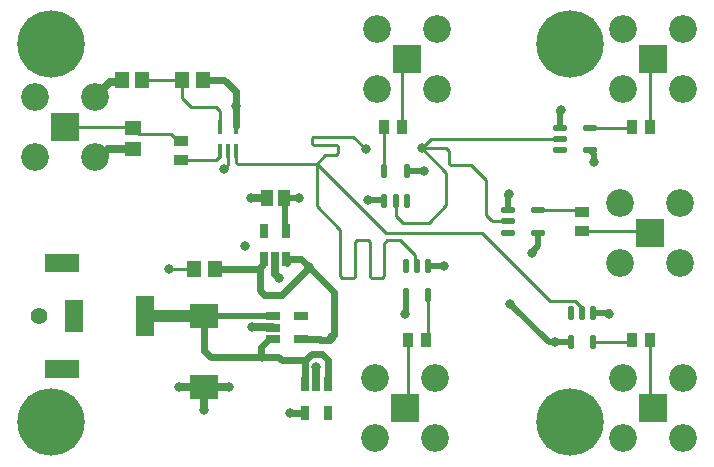
<source format=gbl>
G04*
G04 #@! TF.GenerationSoftware,Altium Limited,Altium Designer,24.1.2 (44)*
G04*
G04 Layer_Physical_Order=2*
G04 Layer_Color=16711680*
%FSLAX44Y44*%
%MOMM*%
G71*
G04*
G04 #@! TF.SameCoordinates,213EFF85-FE73-46F0-9486-E91859054EE2*
G04*
G04*
G04 #@! TF.FilePolarity,Positive*
G04*
G01*
G75*
%ADD12C,0.2540*%
%ADD16R,1.0546X1.3562*%
%ADD19R,2.3400X2.3400*%
%ADD20C,2.3400*%
%ADD21R,2.3400X2.3400*%
%ADD27C,0.5000*%
%ADD28C,0.6250*%
%ADD29C,0.6350*%
%ADD30C,5.7000*%
%ADD31R,3.0000X1.5000*%
%ADD32C,1.4000*%
%ADD33R,1.5000X3.5000*%
%ADD34R,1.5000X2.8000*%
%ADD35C,0.8000*%
G04:AMPARAMS|DCode=36|XSize=1.22mm|YSize=0.5mm|CornerRadius=0.0625mm|HoleSize=0mm|Usage=FLASHONLY|Rotation=90.000|XOffset=0mm|YOffset=0mm|HoleType=Round|Shape=RoundedRectangle|*
%AMROUNDEDRECTD36*
21,1,1.2200,0.3750,0,0,90.0*
21,1,1.0950,0.5000,0,0,90.0*
1,1,0.1250,0.1875,0.5475*
1,1,0.1250,0.1875,-0.5475*
1,1,0.1250,-0.1875,-0.5475*
1,1,0.1250,-0.1875,0.5475*
%
%ADD36ROUNDEDRECTD36*%
%ADD37R,0.7000X1.3000*%
G04:AMPARAMS|DCode=38|XSize=1.22mm|YSize=0.5mm|CornerRadius=0.0625mm|HoleSize=0mm|Usage=FLASHONLY|Rotation=0.000|XOffset=0mm|YOffset=0mm|HoleType=Round|Shape=RoundedRectangle|*
%AMROUNDEDRECTD38*
21,1,1.2200,0.3750,0,0,0.0*
21,1,1.0950,0.5000,0,0,0.0*
1,1,0.1250,0.5475,-0.1875*
1,1,0.1250,-0.5475,-0.1875*
1,1,0.1250,-0.5475,0.1875*
1,1,0.1250,0.5475,0.1875*
%
%ADD38ROUNDEDRECTD38*%
%ADD39R,0.3500X1.1500*%
%ADD40R,0.9061X1.3098*%
%ADD41R,1.4500X1.1500*%
%ADD42R,1.3098X0.9061*%
%ADD43R,2.3300X1.9900*%
%ADD44R,1.3000X0.7000*%
%ADD45R,1.1500X1.4500*%
%ADD46C,1.0000*%
D12*
X301488Y152000D02*
X310512D01*
X312000Y153488D01*
Y181000D01*
X300000Y153488D02*
Y182512D01*
Y153488D02*
X301488Y152000D01*
X275000Y153488D02*
Y193000D01*
X286512Y152000D02*
X288000Y153488D01*
X276488Y152000D02*
X286512D01*
X288000Y153488D02*
Y182512D01*
X275000Y153488D02*
X276488Y152000D01*
X315000Y184000D02*
X326000D01*
X312000Y181000D02*
X315000Y184000D01*
X289488D02*
X298512D01*
X300000Y182512D01*
X288000D02*
X289488Y184000D01*
X344000Y262000D02*
X365000Y241000D01*
Y213488D02*
Y241000D01*
X350512Y199000D02*
X365000Y213488D01*
X252488Y265000D02*
X271512D01*
X328000Y199000D02*
X350512D01*
X271512Y265000D02*
X273000Y263512D01*
X251000Y270308D02*
X252488Y271796D01*
X187988Y248850D02*
X255150D01*
X286252Y271796D02*
X296639Y261410D01*
X251000Y266488D02*
Y270308D01*
X255150Y248850D02*
X262650Y256350D01*
X271512D02*
X273000Y257838D01*
Y263512D01*
X251000Y266488D02*
X252488Y265000D01*
X262650Y256350D02*
X271512D01*
X252488Y271796D02*
X286252D01*
X399000Y205488D02*
Y235000D01*
X368488Y248000D02*
X386000D01*
X399000Y235000D01*
Y205488D02*
X403000Y201488D01*
X367000Y249488D02*
X368488Y248000D01*
X367000Y249488D02*
Y260000D01*
X365000Y262000D02*
X367000Y260000D01*
X344000Y262000D02*
X365000D01*
X403000Y201488D02*
Y201488D01*
Y201488D02*
X404488Y200000D01*
X417550D01*
X322000Y205000D02*
Y217550D01*
Y205000D02*
X328000Y199000D01*
X255150Y212850D02*
Y248850D01*
Y212850D02*
X275000Y193000D01*
X338770Y163680D02*
X340000Y162450D01*
X338770Y163680D02*
Y171230D01*
X326000Y184000D02*
X338770Y171230D01*
X255150Y248850D02*
X314000Y190000D01*
X255150Y248850D02*
X255150D01*
X186500Y250338D02*
Y259750D01*
Y250338D02*
X187988Y248850D01*
X314000Y190000D02*
X395000D01*
X474196Y132320D02*
X478770Y127746D01*
Y123680D02*
X480000Y122450D01*
X452680Y132320D02*
X474196D01*
X478770Y123680D02*
Y127746D01*
X395000Y190000D02*
X452680Y132320D01*
X330000Y42300D02*
X332239Y44539D01*
Y100000D01*
X352000Y270000D02*
X461550D01*
X344000Y262000D02*
X352000Y270000D01*
X312500Y242450D02*
Y279739D01*
X312239Y280000D02*
X312500Y279739D01*
X176802Y244254D02*
X180000Y247452D01*
Y259750D01*
X347761Y100000D02*
X349500Y101739D01*
Y137550D01*
X519789Y97550D02*
X522239Y100000D01*
X489500Y97550D02*
X519789D01*
X478261Y209500D02*
X480000Y207761D01*
X442450Y209500D02*
X478261D01*
X521739Y279500D02*
X522239Y280000D01*
X486450Y279500D02*
X521739D01*
X327761Y333551D02*
X331910Y337700D01*
X327761Y280000D02*
Y333551D01*
X537761Y335461D02*
X540000Y337700D01*
X537761Y280000D02*
Y335461D01*
X535461Y192239D02*
X537700Y190000D01*
X480000Y192239D02*
X535461D01*
X537761Y44539D02*
X540000Y42300D01*
X537761Y44539D02*
Y100000D01*
X173500Y280250D02*
Y293500D01*
X170000Y297000D02*
X173500Y293500D01*
X149000Y297000D02*
X170000D01*
X141250Y304750D02*
X149000Y297000D01*
X141250Y304750D02*
Y320000D01*
X107500D02*
X141250D01*
X169989Y252239D02*
X173500Y255750D01*
X140000Y252239D02*
X169989D01*
X173500Y255750D02*
Y259750D01*
X104480Y274270D02*
X131472D01*
X137981Y267761D02*
X140000D01*
X100000Y278750D02*
X104480Y274270D01*
X131472D02*
X137981Y267761D01*
X98750Y280000D02*
X100000Y278750D01*
X42300Y280000D02*
X98750D01*
X130000Y160000D02*
X151250D01*
D16*
X212742Y220000D02*
D03*
X227258D02*
D03*
D19*
X540000Y42300D02*
D03*
Y337700D02*
D03*
X330000Y42300D02*
D03*
X331910Y337700D02*
D03*
D20*
X514600Y16900D02*
D03*
Y67700D02*
D03*
X565400Y16900D02*
D03*
Y67700D02*
D03*
X563100Y164600D02*
D03*
X512300D02*
D03*
X563100Y215400D02*
D03*
X512300D02*
D03*
X565400Y363100D02*
D03*
Y312300D02*
D03*
X514600Y363100D02*
D03*
Y312300D02*
D03*
X304600Y16900D02*
D03*
Y67700D02*
D03*
X355400Y16900D02*
D03*
Y67700D02*
D03*
X357310Y363100D02*
D03*
Y312300D02*
D03*
X306510Y363100D02*
D03*
Y312300D02*
D03*
X67700Y254600D02*
D03*
X16900D02*
D03*
X67700Y305400D02*
D03*
X16900D02*
D03*
D21*
X537700Y190000D02*
D03*
X42300Y280000D02*
D03*
D27*
X331500Y242450D02*
X345450D01*
X346000Y243000D01*
X227258Y220000D02*
X240000D01*
X437258Y173258D02*
Y174070D01*
X442450Y179262D02*
Y190500D01*
X437258Y174070D02*
X442450Y179262D01*
X299225Y217775D02*
X312275D01*
X490000Y250000D02*
Y256950D01*
X486450Y260500D02*
X490000Y256950D01*
X461550Y279500D02*
Y293550D01*
X349500Y162225D02*
X362775D01*
X489500Y122450D02*
X502550D01*
X417550Y209500D02*
Y222104D01*
X217400Y120100D02*
X218000Y119500D01*
X160000Y120100D02*
X217400D01*
X456740Y97550D02*
X470500D01*
X451596D02*
X456740D01*
X419153Y129993D02*
X451596Y97550D01*
X330139Y121925D02*
X330500Y122286D01*
Y137550D01*
X228500Y193000D02*
Y218758D01*
Y193000D02*
X229500Y192000D01*
X227258Y220000D02*
X228500Y218758D01*
D28*
X226040Y138000D02*
X249020Y160980D01*
X210661Y138000D02*
X226040D01*
X207000Y141661D02*
X210661Y138000D01*
X207000Y141661D02*
Y160000D01*
X210125Y163661D02*
Y167625D01*
X206464Y160000D02*
X210125Y163661D01*
X168750Y160000D02*
X206464D01*
X210125Y167625D02*
X210500Y168000D01*
X229875Y164625D02*
Y167625D01*
X229500Y168000D02*
X229875Y167625D01*
X249020Y160980D02*
X270000Y140000D01*
Y103661D02*
Y140000D01*
X233000Y38000D02*
X245497D01*
X233000Y38000D02*
X233000Y38000D01*
X245497D02*
X245497Y37999D01*
X209000Y85000D02*
Y85474D01*
X217625Y100125D02*
X218000Y100500D01*
X209000Y85000D02*
X222875D01*
X225500Y82375D02*
X245375D01*
X222875Y85000D02*
X225500Y82375D01*
X214625Y100125D02*
X217625D01*
X208335Y86139D02*
Y93835D01*
X214625Y100125D01*
X165661Y85000D02*
X209000D01*
X208335Y86139D02*
X209000Y85474D01*
X160000Y90661D02*
X165661Y85000D01*
X160000Y90661D02*
Y120100D01*
X264625Y62127D02*
Y82714D01*
X251000Y88000D02*
X259339D01*
X264498Y61999D02*
X264625Y62127D01*
X259339Y88000D02*
X264625Y82714D01*
X245375Y82375D02*
X251000Y88000D01*
X245375Y62122D02*
X245497Y61999D01*
X245375Y62122D02*
Y82375D01*
X187000Y298000D02*
Y310000D01*
Y280750D02*
Y298000D01*
X158750Y320000D02*
X177000D01*
X187000Y310000D01*
X242000Y168000D02*
X249020Y160980D01*
X268169Y101831D02*
X270000Y103661D01*
X266339Y100000D02*
X268169Y101831D01*
X242000Y100500D02*
X242375Y100125D01*
X257875D02*
X258000Y100000D01*
X242375Y100125D02*
X257875D01*
X258000Y100000D02*
X266339D01*
X229500Y168000D02*
X242000D01*
X159900Y120000D02*
X160000Y120100D01*
D29*
X220325Y155121D02*
Y167675D01*
X220000Y168000D02*
X220325Y167675D01*
X223000Y152000D02*
Y152446D01*
X220325Y155121D02*
X223000Y152446D01*
X299000Y218000D02*
X299225Y217775D01*
X254998Y61999D02*
X254999Y62000D01*
Y76999D01*
X255000Y77000D01*
X200000Y220000D02*
X212742D01*
X72314Y254600D02*
X78964Y261250D01*
X100000D01*
X67700Y254600D02*
X72314D01*
X67700Y305400D02*
X67700D01*
X87895Y317895D02*
X90000Y320000D01*
X80195Y317895D02*
X87895D01*
X67700Y305400D02*
X80195Y317895D01*
X461550Y293550D02*
X462000Y294000D01*
X362775Y162225D02*
X363000Y162000D01*
X502550Y122450D02*
X503000Y122000D01*
X418000Y222554D02*
Y223000D01*
X417550Y222104D02*
X418000Y222554D01*
X200363Y110250D02*
X217750D01*
X218000Y110000D01*
X200113Y110500D02*
X200363Y110250D01*
X139000Y60000D02*
X139100Y59900D01*
X160000D01*
X181100D02*
X181223Y60023D01*
X160000Y59900D02*
X181100D01*
X159694Y40491D02*
X160000Y40797D01*
Y59900D01*
D30*
X30000Y350000D02*
D03*
X470000Y30000D02*
D03*
Y350000D02*
D03*
X30000Y30000D02*
D03*
D31*
X40000Y165000D02*
D03*
Y75000D02*
D03*
D32*
X20000Y120000D02*
D03*
D33*
X110000D02*
D03*
D34*
X50000D02*
D03*
D35*
X223000Y152000D02*
D03*
X346000Y243000D02*
D03*
X240000Y220000D02*
D03*
X437258Y173258D02*
D03*
X344000Y262000D02*
D03*
X296639Y261410D02*
D03*
X299000Y218000D02*
D03*
X233000Y38000D02*
D03*
X209000Y85000D02*
D03*
X255000Y77000D02*
D03*
X200000Y220000D02*
D03*
X194731Y179407D02*
D03*
X490000Y250000D02*
D03*
X176802Y244254D02*
D03*
X462000Y294000D02*
D03*
X363000Y162000D02*
D03*
X503000Y122000D02*
D03*
X418000Y223000D02*
D03*
X200113Y110500D02*
D03*
X139000Y60000D02*
D03*
X181223Y60023D02*
D03*
X159694Y40491D02*
D03*
X456740Y97550D02*
D03*
X419153Y129993D02*
D03*
X330139Y121925D02*
D03*
X187000Y298000D02*
D03*
X130000Y160000D02*
D03*
X249020Y160980D02*
D03*
X268169Y101831D02*
D03*
D36*
X331500Y217550D02*
D03*
X322000D02*
D03*
X312500D02*
D03*
Y242450D02*
D03*
X331500D02*
D03*
X330500Y137550D02*
D03*
X349500D02*
D03*
Y162450D02*
D03*
X340000D02*
D03*
X330500D02*
D03*
X470500Y97550D02*
D03*
X489500D02*
D03*
Y122450D02*
D03*
X480000D02*
D03*
X470500D02*
D03*
D37*
X245497Y61999D02*
D03*
X254998D02*
D03*
X264498D02*
D03*
Y37999D02*
D03*
X245497D02*
D03*
X229500Y168000D02*
D03*
X220000D02*
D03*
X210500D02*
D03*
Y192000D02*
D03*
X229500D02*
D03*
D38*
X442450Y190500D02*
D03*
Y209500D02*
D03*
X417550D02*
D03*
Y200000D02*
D03*
Y190500D02*
D03*
X486450Y260500D02*
D03*
Y279500D02*
D03*
X461550D02*
D03*
Y270000D02*
D03*
Y260500D02*
D03*
D39*
X186500Y259750D02*
D03*
X180000D02*
D03*
X173500D02*
D03*
Y280250D02*
D03*
X186500D02*
D03*
D40*
X312239Y280000D02*
D03*
X327761D02*
D03*
X537761Y100000D02*
D03*
X522239D02*
D03*
X537761Y280000D02*
D03*
X522239D02*
D03*
X332239Y100000D02*
D03*
X347761D02*
D03*
D41*
X100000Y278750D02*
D03*
Y261250D02*
D03*
D42*
X480000Y192239D02*
D03*
Y207761D02*
D03*
X140000Y252239D02*
D03*
Y267761D02*
D03*
D43*
X160000Y120100D02*
D03*
Y59900D02*
D03*
D44*
X218000Y100500D02*
D03*
Y110000D02*
D03*
Y119500D02*
D03*
X242000D02*
D03*
Y100500D02*
D03*
D45*
X141250Y320000D02*
D03*
X158750D02*
D03*
X90000D02*
D03*
X107500D02*
D03*
X151250Y160000D02*
D03*
X168750D02*
D03*
D46*
X110000Y120000D02*
X159900D01*
M02*

</source>
